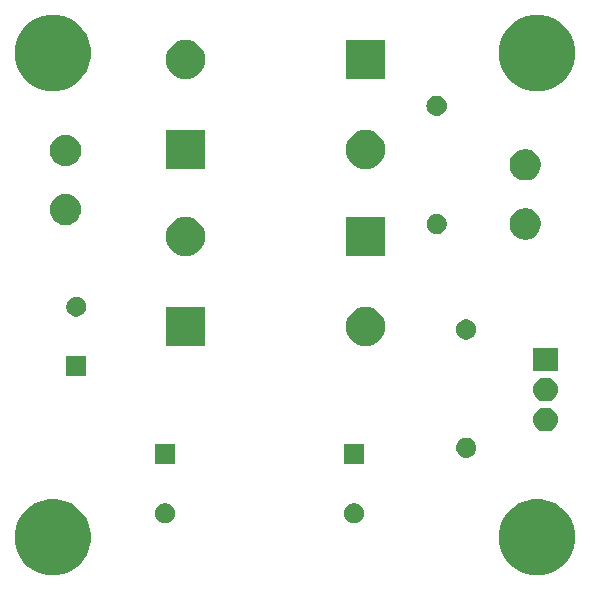
<source format=gbr>
G04 #@! TF.GenerationSoftware,KiCad,Pcbnew,(5.0.2)-1*
G04 #@! TF.CreationDate,2020-11-25T16:06:49-05:00*
G04 #@! TF.ProjectId,MHS-5200A_PwrSupply,4d48532d-3532-4303-9041-5f5077725375,rev?*
G04 #@! TF.SameCoordinates,Original*
G04 #@! TF.FileFunction,Soldermask,Bot*
G04 #@! TF.FilePolarity,Negative*
%FSLAX46Y46*%
G04 Gerber Fmt 4.6, Leading zero omitted, Abs format (unit mm)*
G04 Created by KiCad (PCBNEW (5.0.2)-1) date 11/25/2020 4:06:49 PM*
%MOMM*%
%LPD*%
G01*
G04 APERTURE LIST*
%ADD10C,0.100000*%
G04 APERTURE END LIST*
D10*
G36*
X45940989Y-41927973D02*
X46528083Y-42171155D01*
X47056458Y-42524204D01*
X47505796Y-42973542D01*
X47858845Y-43501917D01*
X48102027Y-44089011D01*
X48226000Y-44712265D01*
X48226000Y-45347735D01*
X48102027Y-45970989D01*
X47858845Y-46558083D01*
X47505796Y-47086458D01*
X47056458Y-47535796D01*
X46528083Y-47888845D01*
X45940989Y-48132027D01*
X45317735Y-48256000D01*
X44682265Y-48256000D01*
X44059011Y-48132027D01*
X43471917Y-47888845D01*
X42943542Y-47535796D01*
X42494204Y-47086458D01*
X42141155Y-46558083D01*
X41897973Y-45970989D01*
X41774000Y-45347735D01*
X41774000Y-44712265D01*
X41897973Y-44089011D01*
X42141155Y-43501917D01*
X42494204Y-42973542D01*
X42943542Y-42524204D01*
X43471917Y-42171155D01*
X44059011Y-41927973D01*
X44682265Y-41804000D01*
X45317735Y-41804000D01*
X45940989Y-41927973D01*
X45940989Y-41927973D01*
G37*
G36*
X4940989Y-41927973D02*
X5528083Y-42171155D01*
X6056458Y-42524204D01*
X6505796Y-42973542D01*
X6858845Y-43501917D01*
X7102027Y-44089011D01*
X7226000Y-44712265D01*
X7226000Y-45347735D01*
X7102027Y-45970989D01*
X6858845Y-46558083D01*
X6505796Y-47086458D01*
X6056458Y-47535796D01*
X5528083Y-47888845D01*
X4940989Y-48132027D01*
X4317735Y-48256000D01*
X3682265Y-48256000D01*
X3059011Y-48132027D01*
X2471917Y-47888845D01*
X1943542Y-47535796D01*
X1494204Y-47086458D01*
X1141155Y-46558083D01*
X897973Y-45970989D01*
X774000Y-45347735D01*
X774000Y-44712265D01*
X897973Y-44089011D01*
X1141155Y-43501917D01*
X1494204Y-42973542D01*
X1943542Y-42524204D01*
X2471917Y-42171155D01*
X3059011Y-41927973D01*
X3682265Y-41804000D01*
X4317735Y-41804000D01*
X4940989Y-41927973D01*
X4940989Y-41927973D01*
G37*
G36*
X13748228Y-42181703D02*
X13903100Y-42245853D01*
X14042481Y-42338985D01*
X14161015Y-42457519D01*
X14254147Y-42596900D01*
X14318297Y-42751772D01*
X14351000Y-42916184D01*
X14351000Y-43083816D01*
X14318297Y-43248228D01*
X14254147Y-43403100D01*
X14161015Y-43542481D01*
X14042481Y-43661015D01*
X13903100Y-43754147D01*
X13748228Y-43818297D01*
X13583816Y-43851000D01*
X13416184Y-43851000D01*
X13251772Y-43818297D01*
X13096900Y-43754147D01*
X12957519Y-43661015D01*
X12838985Y-43542481D01*
X12745853Y-43403100D01*
X12681703Y-43248228D01*
X12649000Y-43083816D01*
X12649000Y-42916184D01*
X12681703Y-42751772D01*
X12745853Y-42596900D01*
X12838985Y-42457519D01*
X12957519Y-42338985D01*
X13096900Y-42245853D01*
X13251772Y-42181703D01*
X13416184Y-42149000D01*
X13583816Y-42149000D01*
X13748228Y-42181703D01*
X13748228Y-42181703D01*
G37*
G36*
X29748228Y-42181703D02*
X29903100Y-42245853D01*
X30042481Y-42338985D01*
X30161015Y-42457519D01*
X30254147Y-42596900D01*
X30318297Y-42751772D01*
X30351000Y-42916184D01*
X30351000Y-43083816D01*
X30318297Y-43248228D01*
X30254147Y-43403100D01*
X30161015Y-43542481D01*
X30042481Y-43661015D01*
X29903100Y-43754147D01*
X29748228Y-43818297D01*
X29583816Y-43851000D01*
X29416184Y-43851000D01*
X29251772Y-43818297D01*
X29096900Y-43754147D01*
X28957519Y-43661015D01*
X28838985Y-43542481D01*
X28745853Y-43403100D01*
X28681703Y-43248228D01*
X28649000Y-43083816D01*
X28649000Y-42916184D01*
X28681703Y-42751772D01*
X28745853Y-42596900D01*
X28838985Y-42457519D01*
X28957519Y-42338985D01*
X29096900Y-42245853D01*
X29251772Y-42181703D01*
X29416184Y-42149000D01*
X29583816Y-42149000D01*
X29748228Y-42181703D01*
X29748228Y-42181703D01*
G37*
G36*
X30351000Y-38851000D02*
X28649000Y-38851000D01*
X28649000Y-37149000D01*
X30351000Y-37149000D01*
X30351000Y-38851000D01*
X30351000Y-38851000D01*
G37*
G36*
X14351000Y-38851000D02*
X12649000Y-38851000D01*
X12649000Y-37149000D01*
X14351000Y-37149000D01*
X14351000Y-38851000D01*
X14351000Y-38851000D01*
G37*
G36*
X39166821Y-36601313D02*
X39166824Y-36601314D01*
X39166825Y-36601314D01*
X39327239Y-36649975D01*
X39327241Y-36649976D01*
X39327244Y-36649977D01*
X39475078Y-36728995D01*
X39604659Y-36835341D01*
X39711005Y-36964922D01*
X39790023Y-37112756D01*
X39838687Y-37273179D01*
X39855117Y-37440000D01*
X39838687Y-37606821D01*
X39790023Y-37767244D01*
X39711005Y-37915078D01*
X39604659Y-38044659D01*
X39475078Y-38151005D01*
X39327244Y-38230023D01*
X39327241Y-38230024D01*
X39327239Y-38230025D01*
X39166825Y-38278686D01*
X39166824Y-38278686D01*
X39166821Y-38278687D01*
X39041804Y-38291000D01*
X38958196Y-38291000D01*
X38833179Y-38278687D01*
X38833176Y-38278686D01*
X38833175Y-38278686D01*
X38672761Y-38230025D01*
X38672759Y-38230024D01*
X38672756Y-38230023D01*
X38524922Y-38151005D01*
X38395341Y-38044659D01*
X38288995Y-37915078D01*
X38209977Y-37767244D01*
X38161313Y-37606821D01*
X38144883Y-37440000D01*
X38161313Y-37273179D01*
X38209977Y-37112756D01*
X38288995Y-36964922D01*
X38395341Y-36835341D01*
X38524922Y-36728995D01*
X38672756Y-36649977D01*
X38672759Y-36649976D01*
X38672761Y-36649975D01*
X38833175Y-36601314D01*
X38833176Y-36601314D01*
X38833179Y-36601313D01*
X38958196Y-36589000D01*
X39041804Y-36589000D01*
X39166821Y-36601313D01*
X39166821Y-36601313D01*
G37*
G36*
X45875764Y-34062308D02*
X45964220Y-34071020D01*
X46153381Y-34128401D01*
X46327712Y-34221583D01*
X46480515Y-34346985D01*
X46605917Y-34499788D01*
X46699099Y-34674119D01*
X46756480Y-34863280D01*
X46775855Y-35060000D01*
X46756480Y-35256720D01*
X46699099Y-35445881D01*
X46605917Y-35620212D01*
X46480515Y-35773015D01*
X46327712Y-35898417D01*
X46153381Y-35991599D01*
X45964220Y-36048980D01*
X45875764Y-36057692D01*
X45816796Y-36063500D01*
X45623204Y-36063500D01*
X45564236Y-36057692D01*
X45475780Y-36048980D01*
X45286619Y-35991599D01*
X45112288Y-35898417D01*
X44959485Y-35773015D01*
X44834083Y-35620212D01*
X44740901Y-35445881D01*
X44683520Y-35256720D01*
X44664145Y-35060000D01*
X44683520Y-34863280D01*
X44740901Y-34674119D01*
X44834083Y-34499788D01*
X44959485Y-34346985D01*
X45112288Y-34221583D01*
X45286619Y-34128401D01*
X45475780Y-34071020D01*
X45564236Y-34062308D01*
X45623204Y-34056500D01*
X45816796Y-34056500D01*
X45875764Y-34062308D01*
X45875764Y-34062308D01*
G37*
G36*
X45875764Y-31522308D02*
X45964220Y-31531020D01*
X46153381Y-31588401D01*
X46327712Y-31681583D01*
X46480515Y-31806985D01*
X46605917Y-31959788D01*
X46699099Y-32134119D01*
X46756480Y-32323280D01*
X46775855Y-32520000D01*
X46756480Y-32716720D01*
X46699099Y-32905881D01*
X46605917Y-33080212D01*
X46480515Y-33233015D01*
X46327712Y-33358417D01*
X46153381Y-33451599D01*
X45964220Y-33508980D01*
X45875764Y-33517692D01*
X45816796Y-33523500D01*
X45623204Y-33523500D01*
X45564236Y-33517692D01*
X45475780Y-33508980D01*
X45286619Y-33451599D01*
X45112288Y-33358417D01*
X44959485Y-33233015D01*
X44834083Y-33080212D01*
X44740901Y-32905881D01*
X44683520Y-32716720D01*
X44664145Y-32520000D01*
X44683520Y-32323280D01*
X44740901Y-32134119D01*
X44834083Y-31959788D01*
X44959485Y-31806985D01*
X45112288Y-31681583D01*
X45286619Y-31588401D01*
X45475780Y-31531020D01*
X45564236Y-31522308D01*
X45623204Y-31516500D01*
X45816796Y-31516500D01*
X45875764Y-31522308D01*
X45875764Y-31522308D01*
G37*
G36*
X6851000Y-31351000D02*
X5149000Y-31351000D01*
X5149000Y-29649000D01*
X6851000Y-29649000D01*
X6851000Y-31351000D01*
X6851000Y-31351000D01*
G37*
G36*
X46771000Y-30983500D02*
X44669000Y-30983500D01*
X44669000Y-28976500D01*
X46771000Y-28976500D01*
X46771000Y-30983500D01*
X46771000Y-30983500D01*
G37*
G36*
X16891000Y-28829000D02*
X13589000Y-28829000D01*
X13589000Y-25527000D01*
X16891000Y-25527000D01*
X16891000Y-28829000D01*
X16891000Y-28829000D01*
G37*
G36*
X30803654Y-25550888D02*
X31114865Y-25645294D01*
X31401686Y-25798603D01*
X31653082Y-26004918D01*
X31859397Y-26256314D01*
X32012706Y-26543135D01*
X32107112Y-26854346D01*
X32138988Y-27178000D01*
X32107112Y-27501654D01*
X32012706Y-27812865D01*
X31859397Y-28099686D01*
X31653082Y-28351082D01*
X31401686Y-28557397D01*
X31114865Y-28710706D01*
X30803654Y-28805112D01*
X30561107Y-28829000D01*
X30398893Y-28829000D01*
X30156346Y-28805112D01*
X29845135Y-28710706D01*
X29558314Y-28557397D01*
X29306918Y-28351082D01*
X29100603Y-28099686D01*
X28947294Y-27812865D01*
X28852888Y-27501654D01*
X28821012Y-27178000D01*
X28852888Y-26854346D01*
X28947294Y-26543135D01*
X29100603Y-26256314D01*
X29306918Y-26004918D01*
X29558314Y-25798603D01*
X29845135Y-25645294D01*
X30156346Y-25550888D01*
X30398893Y-25527000D01*
X30561107Y-25527000D01*
X30803654Y-25550888D01*
X30803654Y-25550888D01*
G37*
G36*
X39248228Y-26621703D02*
X39403100Y-26685853D01*
X39542481Y-26778985D01*
X39661015Y-26897519D01*
X39754147Y-27036900D01*
X39818297Y-27191772D01*
X39851000Y-27356184D01*
X39851000Y-27523816D01*
X39818297Y-27688228D01*
X39754147Y-27843100D01*
X39661015Y-27982481D01*
X39542481Y-28101015D01*
X39403100Y-28194147D01*
X39248228Y-28258297D01*
X39083816Y-28291000D01*
X38916184Y-28291000D01*
X38751772Y-28258297D01*
X38596900Y-28194147D01*
X38457519Y-28101015D01*
X38338985Y-27982481D01*
X38245853Y-27843100D01*
X38181703Y-27688228D01*
X38149000Y-27523816D01*
X38149000Y-27356184D01*
X38181703Y-27191772D01*
X38245853Y-27036900D01*
X38338985Y-26897519D01*
X38457519Y-26778985D01*
X38596900Y-26685853D01*
X38751772Y-26621703D01*
X38916184Y-26589000D01*
X39083816Y-26589000D01*
X39248228Y-26621703D01*
X39248228Y-26621703D01*
G37*
G36*
X6248228Y-24681703D02*
X6403100Y-24745853D01*
X6542481Y-24838985D01*
X6661015Y-24957519D01*
X6754147Y-25096900D01*
X6818297Y-25251772D01*
X6851000Y-25416184D01*
X6851000Y-25583816D01*
X6818297Y-25748228D01*
X6754147Y-25903100D01*
X6661015Y-26042481D01*
X6542481Y-26161015D01*
X6403100Y-26254147D01*
X6248228Y-26318297D01*
X6083816Y-26351000D01*
X5916184Y-26351000D01*
X5751772Y-26318297D01*
X5596900Y-26254147D01*
X5457519Y-26161015D01*
X5338985Y-26042481D01*
X5245853Y-25903100D01*
X5181703Y-25748228D01*
X5149000Y-25583816D01*
X5149000Y-25416184D01*
X5181703Y-25251772D01*
X5245853Y-25096900D01*
X5338985Y-24957519D01*
X5457519Y-24838985D01*
X5596900Y-24745853D01*
X5751772Y-24681703D01*
X5916184Y-24649000D01*
X6083816Y-24649000D01*
X6248228Y-24681703D01*
X6248228Y-24681703D01*
G37*
G36*
X32131000Y-21209000D02*
X28829000Y-21209000D01*
X28829000Y-17907000D01*
X32131000Y-17907000D01*
X32131000Y-21209000D01*
X32131000Y-21209000D01*
G37*
G36*
X15563654Y-17930888D02*
X15874865Y-18025294D01*
X16161686Y-18178603D01*
X16413082Y-18384918D01*
X16619397Y-18636314D01*
X16772706Y-18923135D01*
X16867112Y-19234346D01*
X16898988Y-19558000D01*
X16867112Y-19881654D01*
X16772706Y-20192865D01*
X16619397Y-20479686D01*
X16413082Y-20731082D01*
X16161686Y-20937397D01*
X15874865Y-21090706D01*
X15563654Y-21185112D01*
X15321107Y-21209000D01*
X15158893Y-21209000D01*
X14916346Y-21185112D01*
X14605135Y-21090706D01*
X14318314Y-20937397D01*
X14066918Y-20731082D01*
X13860603Y-20479686D01*
X13707294Y-20192865D01*
X13612888Y-19881654D01*
X13581012Y-19558000D01*
X13612888Y-19234346D01*
X13707294Y-18923135D01*
X13860603Y-18636314D01*
X14066918Y-18384918D01*
X14318314Y-18178603D01*
X14605135Y-18025294D01*
X14916346Y-17930888D01*
X15158893Y-17907000D01*
X15321107Y-17907000D01*
X15563654Y-17930888D01*
X15563654Y-17930888D01*
G37*
G36*
X44300250Y-17212843D02*
X44385322Y-17229765D01*
X44455735Y-17258931D01*
X44625728Y-17329344D01*
X44842092Y-17473914D01*
X45026086Y-17657908D01*
X45170656Y-17874272D01*
X45270235Y-18114679D01*
X45321000Y-18369891D01*
X45321000Y-18630109D01*
X45270235Y-18885321D01*
X45170656Y-19125728D01*
X45026086Y-19342092D01*
X44842092Y-19526086D01*
X44625728Y-19670656D01*
X44455735Y-19741069D01*
X44385322Y-19770235D01*
X44300250Y-19787157D01*
X44130109Y-19821000D01*
X43869891Y-19821000D01*
X43699750Y-19787157D01*
X43614678Y-19770235D01*
X43544265Y-19741069D01*
X43374272Y-19670656D01*
X43157908Y-19526086D01*
X42973914Y-19342092D01*
X42829344Y-19125728D01*
X42729765Y-18885321D01*
X42679000Y-18630109D01*
X42679000Y-18369891D01*
X42729765Y-18114679D01*
X42829344Y-17874272D01*
X42973914Y-17657908D01*
X43157908Y-17473914D01*
X43374272Y-17329344D01*
X43544265Y-17258931D01*
X43614678Y-17229765D01*
X43699750Y-17212843D01*
X43869891Y-17179000D01*
X44130109Y-17179000D01*
X44300250Y-17212843D01*
X44300250Y-17212843D01*
G37*
G36*
X36748228Y-17681703D02*
X36903100Y-17745853D01*
X37042481Y-17838985D01*
X37161015Y-17957519D01*
X37254147Y-18096900D01*
X37318297Y-18251772D01*
X37351000Y-18416184D01*
X37351000Y-18583816D01*
X37318297Y-18748228D01*
X37254147Y-18903100D01*
X37161015Y-19042481D01*
X37042481Y-19161015D01*
X36903100Y-19254147D01*
X36748228Y-19318297D01*
X36583816Y-19351000D01*
X36416184Y-19351000D01*
X36251772Y-19318297D01*
X36096900Y-19254147D01*
X35957519Y-19161015D01*
X35838985Y-19042481D01*
X35745853Y-18903100D01*
X35681703Y-18748228D01*
X35649000Y-18583816D01*
X35649000Y-18416184D01*
X35681703Y-18251772D01*
X35745853Y-18096900D01*
X35838985Y-17957519D01*
X35957519Y-17838985D01*
X36096900Y-17745853D01*
X36251772Y-17681703D01*
X36416184Y-17649000D01*
X36583816Y-17649000D01*
X36748228Y-17681703D01*
X36748228Y-17681703D01*
G37*
G36*
X5380250Y-15992843D02*
X5465322Y-16009765D01*
X5535735Y-16038931D01*
X5705728Y-16109344D01*
X5922092Y-16253914D01*
X6106086Y-16437908D01*
X6250656Y-16654272D01*
X6321069Y-16824265D01*
X6350235Y-16894678D01*
X6401000Y-17149893D01*
X6401000Y-17410107D01*
X6350235Y-17665322D01*
X6343449Y-17681704D01*
X6250656Y-17905728D01*
X6106086Y-18122092D01*
X5922092Y-18306086D01*
X5705728Y-18450656D01*
X5535735Y-18521069D01*
X5465322Y-18550235D01*
X5380250Y-18567157D01*
X5210109Y-18601000D01*
X4949891Y-18601000D01*
X4779750Y-18567157D01*
X4694678Y-18550235D01*
X4624265Y-18521069D01*
X4454272Y-18450656D01*
X4237908Y-18306086D01*
X4053914Y-18122092D01*
X3909344Y-17905728D01*
X3816551Y-17681704D01*
X3809765Y-17665322D01*
X3759000Y-17410107D01*
X3759000Y-17149893D01*
X3809765Y-16894678D01*
X3838931Y-16824265D01*
X3909344Y-16654272D01*
X4053914Y-16437908D01*
X4237908Y-16253914D01*
X4454272Y-16109344D01*
X4624265Y-16038931D01*
X4694678Y-16009765D01*
X4779750Y-15992843D01*
X4949891Y-15959000D01*
X5210109Y-15959000D01*
X5380250Y-15992843D01*
X5380250Y-15992843D01*
G37*
G36*
X44300250Y-12212843D02*
X44385322Y-12229765D01*
X44455735Y-12258931D01*
X44625728Y-12329344D01*
X44842092Y-12473914D01*
X45026086Y-12657908D01*
X45170656Y-12874272D01*
X45270235Y-13114679D01*
X45321000Y-13369891D01*
X45321000Y-13630109D01*
X45270235Y-13885321D01*
X45170656Y-14125728D01*
X45026086Y-14342092D01*
X44842092Y-14526086D01*
X44625728Y-14670656D01*
X44455735Y-14741069D01*
X44385322Y-14770235D01*
X44300250Y-14787157D01*
X44130109Y-14821000D01*
X43869891Y-14821000D01*
X43699750Y-14787157D01*
X43614678Y-14770235D01*
X43544265Y-14741069D01*
X43374272Y-14670656D01*
X43157908Y-14526086D01*
X42973914Y-14342092D01*
X42829344Y-14125728D01*
X42729765Y-13885321D01*
X42679000Y-13630109D01*
X42679000Y-13369891D01*
X42729765Y-13114679D01*
X42829344Y-12874272D01*
X42973914Y-12657908D01*
X43157908Y-12473914D01*
X43374272Y-12329344D01*
X43544265Y-12258931D01*
X43614678Y-12229765D01*
X43699750Y-12212843D01*
X43869891Y-12179000D01*
X44130109Y-12179000D01*
X44300250Y-12212843D01*
X44300250Y-12212843D01*
G37*
G36*
X16891000Y-13843000D02*
X13589000Y-13843000D01*
X13589000Y-10541000D01*
X16891000Y-10541000D01*
X16891000Y-13843000D01*
X16891000Y-13843000D01*
G37*
G36*
X30803654Y-10564888D02*
X31114865Y-10659294D01*
X31401686Y-10812603D01*
X31653082Y-11018918D01*
X31859397Y-11270314D01*
X32012706Y-11557135D01*
X32107112Y-11868346D01*
X32138988Y-12192000D01*
X32107112Y-12515654D01*
X32012706Y-12826865D01*
X31859397Y-13113686D01*
X31653082Y-13365082D01*
X31401686Y-13571397D01*
X31114865Y-13724706D01*
X30803654Y-13819112D01*
X30561107Y-13843000D01*
X30398893Y-13843000D01*
X30156346Y-13819112D01*
X29845135Y-13724706D01*
X29558314Y-13571397D01*
X29306918Y-13365082D01*
X29100603Y-13113686D01*
X28947294Y-12826865D01*
X28852888Y-12515654D01*
X28821012Y-12192000D01*
X28852888Y-11868346D01*
X28947294Y-11557135D01*
X29100603Y-11270314D01*
X29306918Y-11018918D01*
X29558314Y-10812603D01*
X29845135Y-10659294D01*
X30156346Y-10564888D01*
X30398893Y-10541000D01*
X30561107Y-10541000D01*
X30803654Y-10564888D01*
X30803654Y-10564888D01*
G37*
G36*
X5380250Y-10992843D02*
X5465322Y-11009765D01*
X5535735Y-11038931D01*
X5705728Y-11109344D01*
X5922092Y-11253914D01*
X6106086Y-11437908D01*
X6250656Y-11654272D01*
X6350235Y-11894679D01*
X6401000Y-12149891D01*
X6401000Y-12410109D01*
X6350235Y-12665321D01*
X6250656Y-12905728D01*
X6106086Y-13122092D01*
X5922092Y-13306086D01*
X5705728Y-13450656D01*
X5535735Y-13521069D01*
X5465322Y-13550235D01*
X5380250Y-13567157D01*
X5210109Y-13601000D01*
X4949891Y-13601000D01*
X4779750Y-13567157D01*
X4694678Y-13550235D01*
X4624265Y-13521069D01*
X4454272Y-13450656D01*
X4237908Y-13306086D01*
X4053914Y-13122092D01*
X3909344Y-12905728D01*
X3809765Y-12665321D01*
X3759000Y-12410109D01*
X3759000Y-12149891D01*
X3809765Y-11894679D01*
X3909344Y-11654272D01*
X4053914Y-11437908D01*
X4237908Y-11253914D01*
X4454272Y-11109344D01*
X4624265Y-11038931D01*
X4694678Y-11009765D01*
X4779750Y-10992843D01*
X4949891Y-10959000D01*
X5210109Y-10959000D01*
X5380250Y-10992843D01*
X5380250Y-10992843D01*
G37*
G36*
X36666821Y-7661313D02*
X36666824Y-7661314D01*
X36666825Y-7661314D01*
X36827239Y-7709975D01*
X36827241Y-7709976D01*
X36827244Y-7709977D01*
X36975078Y-7788995D01*
X37104659Y-7895341D01*
X37211005Y-8024922D01*
X37290023Y-8172756D01*
X37338687Y-8333179D01*
X37355117Y-8500000D01*
X37338687Y-8666821D01*
X37290023Y-8827244D01*
X37211005Y-8975078D01*
X37104659Y-9104659D01*
X36975078Y-9211005D01*
X36827244Y-9290023D01*
X36827241Y-9290024D01*
X36827239Y-9290025D01*
X36666825Y-9338686D01*
X36666824Y-9338686D01*
X36666821Y-9338687D01*
X36541804Y-9351000D01*
X36458196Y-9351000D01*
X36333179Y-9338687D01*
X36333176Y-9338686D01*
X36333175Y-9338686D01*
X36172761Y-9290025D01*
X36172759Y-9290024D01*
X36172756Y-9290023D01*
X36024922Y-9211005D01*
X35895341Y-9104659D01*
X35788995Y-8975078D01*
X35709977Y-8827244D01*
X35661313Y-8666821D01*
X35644883Y-8500000D01*
X35661313Y-8333179D01*
X35709977Y-8172756D01*
X35788995Y-8024922D01*
X35895341Y-7895341D01*
X36024922Y-7788995D01*
X36172756Y-7709977D01*
X36172759Y-7709976D01*
X36172761Y-7709975D01*
X36333175Y-7661314D01*
X36333176Y-7661314D01*
X36333179Y-7661313D01*
X36458196Y-7649000D01*
X36541804Y-7649000D01*
X36666821Y-7661313D01*
X36666821Y-7661313D01*
G37*
G36*
X4940989Y-927973D02*
X5528083Y-1171155D01*
X6056458Y-1524204D01*
X6505796Y-1973542D01*
X6858845Y-2501917D01*
X7102027Y-3089011D01*
X7226000Y-3712265D01*
X7226000Y-4347735D01*
X7102027Y-4970989D01*
X6858845Y-5558083D01*
X6505796Y-6086458D01*
X6056458Y-6535796D01*
X5528083Y-6888845D01*
X4940989Y-7132027D01*
X4317735Y-7256000D01*
X3682265Y-7256000D01*
X3059011Y-7132027D01*
X2471917Y-6888845D01*
X1943542Y-6535796D01*
X1494204Y-6086458D01*
X1141155Y-5558083D01*
X897973Y-4970989D01*
X774000Y-4347735D01*
X774000Y-3712265D01*
X897973Y-3089011D01*
X1141155Y-2501917D01*
X1494204Y-1973542D01*
X1943542Y-1524204D01*
X2471917Y-1171155D01*
X3059011Y-927973D01*
X3682265Y-804000D01*
X4317735Y-804000D01*
X4940989Y-927973D01*
X4940989Y-927973D01*
G37*
G36*
X45940989Y-927973D02*
X46528083Y-1171155D01*
X47056458Y-1524204D01*
X47505796Y-1973542D01*
X47858845Y-2501917D01*
X48102027Y-3089011D01*
X48226000Y-3712265D01*
X48226000Y-4347735D01*
X48102027Y-4970989D01*
X47858845Y-5558083D01*
X47505796Y-6086458D01*
X47056458Y-6535796D01*
X46528083Y-6888845D01*
X45940989Y-7132027D01*
X45317735Y-7256000D01*
X44682265Y-7256000D01*
X44059011Y-7132027D01*
X43471917Y-6888845D01*
X42943542Y-6535796D01*
X42494204Y-6086458D01*
X42141155Y-5558083D01*
X41897973Y-4970989D01*
X41774000Y-4347735D01*
X41774000Y-3712265D01*
X41897973Y-3089011D01*
X42141155Y-2501917D01*
X42494204Y-1973542D01*
X42943542Y-1524204D01*
X43471917Y-1171155D01*
X44059011Y-927973D01*
X44682265Y-804000D01*
X45317735Y-804000D01*
X45940989Y-927973D01*
X45940989Y-927973D01*
G37*
G36*
X15563654Y-2952888D02*
X15874865Y-3047294D01*
X16161686Y-3200603D01*
X16413082Y-3406918D01*
X16619397Y-3658314D01*
X16772706Y-3945135D01*
X16867112Y-4256346D01*
X16898988Y-4580000D01*
X16867112Y-4903654D01*
X16772706Y-5214865D01*
X16619397Y-5501686D01*
X16413082Y-5753082D01*
X16161686Y-5959397D01*
X15874865Y-6112706D01*
X15563654Y-6207112D01*
X15321107Y-6231000D01*
X15158893Y-6231000D01*
X14916346Y-6207112D01*
X14605135Y-6112706D01*
X14318314Y-5959397D01*
X14066918Y-5753082D01*
X13860603Y-5501686D01*
X13707294Y-5214865D01*
X13612888Y-4903654D01*
X13581012Y-4580000D01*
X13612888Y-4256346D01*
X13707294Y-3945135D01*
X13860603Y-3658314D01*
X14066918Y-3406918D01*
X14318314Y-3200603D01*
X14605135Y-3047294D01*
X14916346Y-2952888D01*
X15158893Y-2929000D01*
X15321107Y-2929000D01*
X15563654Y-2952888D01*
X15563654Y-2952888D01*
G37*
G36*
X32131000Y-6231000D02*
X28829000Y-6231000D01*
X28829000Y-2929000D01*
X32131000Y-2929000D01*
X32131000Y-6231000D01*
X32131000Y-6231000D01*
G37*
M02*

</source>
